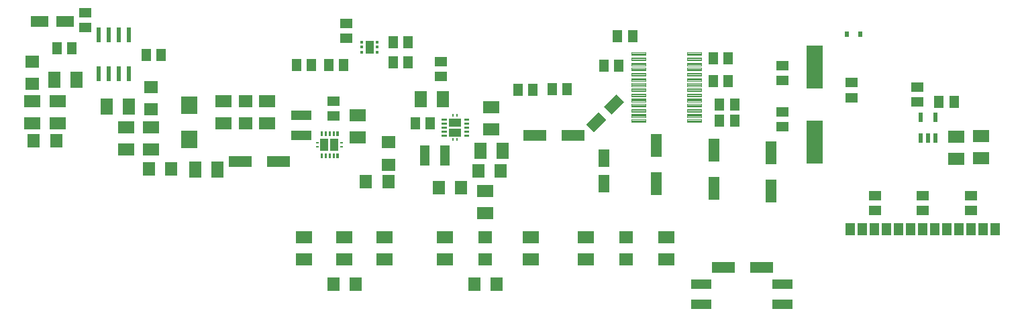
<source format=gbr>
G04 EAGLE Gerber RS-274X export*
G75*
%MOMM*%
%FSLAX34Y34*%
%LPD*%
%INSolderpaste Top*%
%IPPOS*%
%AMOC8*
5,1,8,0,0,1.08239X$1,22.5*%
G01*
%ADD10R,3.000000X1.400000*%
%ADD11R,1.400000X3.000000*%
%ADD12R,1.300000X1.500000*%
%ADD13R,1.800000X1.600000*%
%ADD14R,1.600000X1.800000*%
%ADD15R,1.500000X1.300000*%
%ADD16R,1.400000X2.200000*%
%ADD17R,2.120000X2.280000*%
%ADD18R,0.600000X1.200000*%
%ADD19R,2.000000X1.600000*%
%ADD20R,2.540000X1.270000*%
%ADD21R,1.600000X2.000000*%
%ADD22R,1.600000X1.803000*%
%ADD23R,1.803000X1.600000*%
%ADD24R,1.270000X2.540000*%
%ADD25C,0.120000*%
%ADD26R,0.340000X0.250000*%
%ADD27R,1.060000X1.500000*%
%ADD28C,0.060000*%
%ADD29R,0.250000X0.340000*%
%ADD30R,1.500000X1.060000*%
%ADD31R,2.000000X5.500000*%
%ADD32R,0.600000X0.800000*%
%ADD33R,0.450000X0.300000*%
%ADD34R,1.000000X1.600000*%
%ADD35R,2.200000X1.400000*%
%ADD36R,1.168400X1.600200*%
%ADD37R,0.558800X1.981200*%

G36*
X474416Y439026D02*
X474416Y439026D01*
X474422Y439024D01*
X474518Y439034D01*
X474529Y439040D01*
X474542Y439039D01*
X474634Y439066D01*
X474644Y439074D01*
X474657Y439076D01*
X474742Y439121D01*
X474749Y439131D01*
X474762Y439135D01*
X474837Y439196D01*
X474842Y439207D01*
X474854Y439213D01*
X474915Y439288D01*
X474918Y439299D01*
X474929Y439308D01*
X474974Y439393D01*
X474975Y439405D01*
X474984Y439416D01*
X475011Y439508D01*
X475010Y439520D01*
X475016Y439532D01*
X475026Y439628D01*
X475024Y439634D01*
X475026Y439640D01*
X475026Y445660D01*
X475024Y445666D01*
X475026Y445672D01*
X475016Y445768D01*
X475010Y445779D01*
X475011Y445792D01*
X474984Y445884D01*
X474976Y445894D01*
X474974Y445907D01*
X474929Y445992D01*
X474919Y445999D01*
X474915Y446012D01*
X474854Y446087D01*
X474843Y446092D01*
X474837Y446104D01*
X474762Y446165D01*
X474751Y446168D01*
X474742Y446179D01*
X474657Y446224D01*
X474645Y446225D01*
X474634Y446234D01*
X474542Y446261D01*
X474530Y446260D01*
X474518Y446266D01*
X474422Y446276D01*
X474416Y446274D01*
X474410Y446276D01*
X465390Y446276D01*
X465384Y446274D01*
X465378Y446276D01*
X465282Y446266D01*
X465271Y446260D01*
X465258Y446261D01*
X465166Y446234D01*
X465156Y446226D01*
X465143Y446224D01*
X465058Y446179D01*
X465051Y446169D01*
X465038Y446165D01*
X464963Y446104D01*
X464958Y446093D01*
X464946Y446087D01*
X464885Y446012D01*
X464882Y446001D01*
X464871Y445992D01*
X464826Y445907D01*
X464825Y445895D01*
X464817Y445884D01*
X464789Y445792D01*
X464790Y445780D01*
X464784Y445768D01*
X464774Y445672D01*
X464776Y445666D01*
X464774Y445660D01*
X464774Y439640D01*
X464776Y439634D01*
X464774Y439628D01*
X464784Y439532D01*
X464789Y439522D01*
X464790Y439521D01*
X464789Y439508D01*
X464817Y439416D01*
X464824Y439406D01*
X464826Y439393D01*
X464871Y439308D01*
X464881Y439301D01*
X464885Y439288D01*
X464946Y439213D01*
X464957Y439208D01*
X464963Y439196D01*
X465038Y439135D01*
X465049Y439132D01*
X465058Y439121D01*
X465143Y439076D01*
X465155Y439075D01*
X465166Y439066D01*
X465258Y439039D01*
X465270Y439040D01*
X465282Y439034D01*
X465378Y439024D01*
X465384Y439026D01*
X465390Y439024D01*
X474410Y439024D01*
X474416Y439026D01*
G37*
G36*
X474416Y430026D02*
X474416Y430026D01*
X474422Y430024D01*
X474518Y430034D01*
X474529Y430040D01*
X474542Y430039D01*
X474634Y430067D01*
X474644Y430074D01*
X474657Y430076D01*
X474742Y430121D01*
X474749Y430131D01*
X474762Y430135D01*
X474837Y430196D01*
X474842Y430207D01*
X474854Y430213D01*
X474915Y430288D01*
X474918Y430299D01*
X474929Y430308D01*
X474974Y430393D01*
X474975Y430405D01*
X474984Y430416D01*
X475011Y430508D01*
X475010Y430520D01*
X475016Y430532D01*
X475026Y430628D01*
X475024Y430634D01*
X475026Y430640D01*
X475026Y436660D01*
X475024Y436666D01*
X475026Y436672D01*
X475016Y436768D01*
X475010Y436779D01*
X475011Y436792D01*
X474984Y436884D01*
X474976Y436894D01*
X474974Y436907D01*
X474929Y436992D01*
X474919Y436999D01*
X474915Y437012D01*
X474854Y437087D01*
X474843Y437092D01*
X474837Y437104D01*
X474762Y437165D01*
X474751Y437168D01*
X474742Y437179D01*
X474657Y437224D01*
X474645Y437225D01*
X474634Y437234D01*
X474542Y437261D01*
X474530Y437260D01*
X474518Y437266D01*
X474422Y437276D01*
X474416Y437274D01*
X474410Y437276D01*
X465390Y437276D01*
X465384Y437274D01*
X465378Y437276D01*
X465282Y437266D01*
X465271Y437260D01*
X465258Y437261D01*
X465166Y437234D01*
X465156Y437226D01*
X465143Y437224D01*
X465058Y437179D01*
X465051Y437169D01*
X465038Y437165D01*
X464963Y437104D01*
X464958Y437093D01*
X464946Y437087D01*
X464885Y437012D01*
X464882Y437001D01*
X464871Y436992D01*
X464826Y436907D01*
X464825Y436895D01*
X464817Y436884D01*
X464789Y436792D01*
X464790Y436780D01*
X464784Y436768D01*
X464774Y436672D01*
X464776Y436666D01*
X464774Y436660D01*
X464774Y430640D01*
X464776Y430634D01*
X464774Y430628D01*
X464784Y430532D01*
X464789Y430522D01*
X464790Y430521D01*
X464789Y430508D01*
X464817Y430416D01*
X464824Y430406D01*
X464826Y430393D01*
X464871Y430308D01*
X464881Y430301D01*
X464885Y430288D01*
X464946Y430213D01*
X464957Y430208D01*
X464963Y430196D01*
X465038Y430135D01*
X465049Y430132D01*
X465058Y430121D01*
X465143Y430076D01*
X465155Y430075D01*
X465166Y430067D01*
X465258Y430039D01*
X465270Y430040D01*
X465282Y430034D01*
X465378Y430024D01*
X465384Y430026D01*
X465390Y430024D01*
X474410Y430024D01*
X474416Y430026D01*
G37*
D10*
X306708Y293878D03*
X354708Y293878D03*
D11*
X831850Y265560D03*
X831850Y313560D03*
X904240Y259718D03*
X904240Y307718D03*
X976122Y256670D03*
X976122Y304670D03*
D12*
X499770Y418592D03*
X518770Y418592D03*
D13*
X793750Y170150D03*
X793750Y198150D03*
D14*
X452150Y138430D03*
X424150Y138430D03*
D13*
X615950Y170150D03*
X615950Y198150D03*
D14*
X607030Y281940D03*
X635030Y281940D03*
X557500Y260350D03*
X585500Y260350D03*
D15*
X424180Y351180D03*
X424180Y370180D03*
D14*
X629950Y138430D03*
X601950Y138430D03*
D16*
X765556Y265432D03*
X765556Y297432D03*
D12*
X546456Y341630D03*
X527456Y341630D03*
D13*
X313690Y369600D03*
X313690Y341600D03*
D12*
X903630Y424180D03*
X922630Y424180D03*
X903376Y395224D03*
X922376Y395224D03*
D15*
X990600Y395630D03*
X990600Y414630D03*
X991108Y356210D03*
X991108Y337210D03*
D12*
X911504Y365252D03*
X930504Y365252D03*
X911504Y344932D03*
X930504Y344932D03*
D10*
X678564Y326390D03*
X726564Y326390D03*
D12*
X784708Y414274D03*
X765708Y414274D03*
D17*
X242570Y364550D03*
X242570Y321250D03*
D18*
X1165250Y349610D03*
X1184250Y349610D03*
X1165250Y323490D03*
X1174750Y323490D03*
X1184250Y323490D03*
D12*
X782980Y452120D03*
X801980Y452120D03*
D15*
X1077722Y393294D03*
X1077722Y374294D03*
D19*
X454660Y351820D03*
X454660Y323820D03*
X673100Y198150D03*
X673100Y170150D03*
X565150Y170150D03*
X565150Y198150D03*
X488950Y198150D03*
X488950Y170150D03*
X387350Y170150D03*
X387350Y198150D03*
X844550Y198150D03*
X844550Y170150D03*
D12*
X676250Y384048D03*
X657250Y384048D03*
D19*
X742950Y170150D03*
X742950Y198150D03*
X438150Y170150D03*
X438150Y198150D03*
D20*
X991108Y113284D03*
X991108Y138684D03*
X888746Y138430D03*
X888746Y113030D03*
D19*
X623570Y333980D03*
X623570Y361980D03*
D21*
X637570Y307340D03*
X609570Y307340D03*
D19*
X1241298Y325404D03*
X1241298Y297404D03*
X1210310Y297150D03*
X1210310Y325150D03*
D12*
X1207364Y369062D03*
X1188364Y369062D03*
D15*
X560070Y419710D03*
X560070Y400710D03*
D19*
X615950Y256570D03*
X615950Y228570D03*
D21*
X534640Y372110D03*
X562640Y372110D03*
D22*
X465078Y267970D03*
X493518Y267970D03*
D23*
X494030Y289564D03*
X494030Y318004D03*
D20*
X383540Y351790D03*
X383540Y326390D03*
D24*
X539750Y300990D03*
X565150Y300990D03*
D21*
X278160Y283210D03*
X250160Y283210D03*
D19*
X285750Y369600D03*
X285750Y341600D03*
X340360Y369600D03*
X340360Y341600D03*
D15*
X1168146Y231800D03*
X1168146Y250800D03*
X1228852Y231800D03*
X1228852Y250800D03*
X1107440Y231800D03*
X1107440Y250800D03*
D12*
X700430Y385064D03*
X719430Y385064D03*
X396850Y415798D03*
X377850Y415798D03*
X437490Y415798D03*
X418490Y415798D03*
D25*
X800600Y427800D02*
X818400Y427800D01*
X800600Y427800D02*
X800600Y431400D01*
X818400Y431400D01*
X818400Y427800D01*
X818400Y428940D02*
X800600Y428940D01*
X800600Y430080D02*
X818400Y430080D01*
X818400Y431220D02*
X800600Y431220D01*
X800600Y421300D02*
X818400Y421300D01*
X800600Y421300D02*
X800600Y424900D01*
X818400Y424900D01*
X818400Y421300D01*
X818400Y422440D02*
X800600Y422440D01*
X800600Y423580D02*
X818400Y423580D01*
X818400Y424720D02*
X800600Y424720D01*
X800600Y414800D02*
X818400Y414800D01*
X800600Y414800D02*
X800600Y418400D01*
X818400Y418400D01*
X818400Y414800D01*
X818400Y415940D02*
X800600Y415940D01*
X800600Y417080D02*
X818400Y417080D01*
X818400Y418220D02*
X800600Y418220D01*
X800600Y408300D02*
X818400Y408300D01*
X800600Y408300D02*
X800600Y411900D01*
X818400Y411900D01*
X818400Y408300D01*
X818400Y409440D02*
X800600Y409440D01*
X800600Y410580D02*
X818400Y410580D01*
X818400Y411720D02*
X800600Y411720D01*
X800600Y401800D02*
X818400Y401800D01*
X800600Y401800D02*
X800600Y405400D01*
X818400Y405400D01*
X818400Y401800D01*
X818400Y402940D02*
X800600Y402940D01*
X800600Y404080D02*
X818400Y404080D01*
X818400Y405220D02*
X800600Y405220D01*
X800600Y395300D02*
X818400Y395300D01*
X800600Y395300D02*
X800600Y398900D01*
X818400Y398900D01*
X818400Y395300D01*
X818400Y396440D02*
X800600Y396440D01*
X800600Y397580D02*
X818400Y397580D01*
X818400Y398720D02*
X800600Y398720D01*
X800600Y388800D02*
X818400Y388800D01*
X800600Y388800D02*
X800600Y392400D01*
X818400Y392400D01*
X818400Y388800D01*
X818400Y389940D02*
X800600Y389940D01*
X800600Y391080D02*
X818400Y391080D01*
X818400Y392220D02*
X800600Y392220D01*
X800600Y382300D02*
X818400Y382300D01*
X800600Y382300D02*
X800600Y385900D01*
X818400Y385900D01*
X818400Y382300D01*
X818400Y383440D02*
X800600Y383440D01*
X800600Y384580D02*
X818400Y384580D01*
X818400Y385720D02*
X800600Y385720D01*
X800600Y375800D02*
X818400Y375800D01*
X800600Y375800D02*
X800600Y379400D01*
X818400Y379400D01*
X818400Y375800D01*
X818400Y376940D02*
X800600Y376940D01*
X800600Y378080D02*
X818400Y378080D01*
X818400Y379220D02*
X800600Y379220D01*
X800600Y369300D02*
X818400Y369300D01*
X800600Y369300D02*
X800600Y372900D01*
X818400Y372900D01*
X818400Y369300D01*
X818400Y370440D02*
X800600Y370440D01*
X800600Y371580D02*
X818400Y371580D01*
X818400Y372720D02*
X800600Y372720D01*
X800600Y362800D02*
X818400Y362800D01*
X800600Y362800D02*
X800600Y366400D01*
X818400Y366400D01*
X818400Y362800D01*
X818400Y363940D02*
X800600Y363940D01*
X800600Y365080D02*
X818400Y365080D01*
X818400Y366220D02*
X800600Y366220D01*
X800600Y356300D02*
X818400Y356300D01*
X800600Y356300D02*
X800600Y359900D01*
X818400Y359900D01*
X818400Y356300D01*
X818400Y357440D02*
X800600Y357440D01*
X800600Y358580D02*
X818400Y358580D01*
X818400Y359720D02*
X800600Y359720D01*
X800600Y349800D02*
X818400Y349800D01*
X800600Y349800D02*
X800600Y353400D01*
X818400Y353400D01*
X818400Y349800D01*
X818400Y350940D02*
X800600Y350940D01*
X800600Y352080D02*
X818400Y352080D01*
X818400Y353220D02*
X800600Y353220D01*
X800600Y343300D02*
X818400Y343300D01*
X800600Y343300D02*
X800600Y346900D01*
X818400Y346900D01*
X818400Y343300D01*
X818400Y344440D02*
X800600Y344440D01*
X800600Y345580D02*
X818400Y345580D01*
X818400Y346720D02*
X800600Y346720D01*
X870700Y343300D02*
X888500Y343300D01*
X870700Y343300D02*
X870700Y346900D01*
X888500Y346900D01*
X888500Y343300D01*
X888500Y344440D02*
X870700Y344440D01*
X870700Y345580D02*
X888500Y345580D01*
X888500Y346720D02*
X870700Y346720D01*
X870700Y349800D02*
X888500Y349800D01*
X870700Y349800D02*
X870700Y353400D01*
X888500Y353400D01*
X888500Y349800D01*
X888500Y350940D02*
X870700Y350940D01*
X870700Y352080D02*
X888500Y352080D01*
X888500Y353220D02*
X870700Y353220D01*
X870700Y356300D02*
X888500Y356300D01*
X870700Y356300D02*
X870700Y359900D01*
X888500Y359900D01*
X888500Y356300D01*
X888500Y357440D02*
X870700Y357440D01*
X870700Y358580D02*
X888500Y358580D01*
X888500Y359720D02*
X870700Y359720D01*
X870700Y362800D02*
X888500Y362800D01*
X870700Y362800D02*
X870700Y366400D01*
X888500Y366400D01*
X888500Y362800D01*
X888500Y363940D02*
X870700Y363940D01*
X870700Y365080D02*
X888500Y365080D01*
X888500Y366220D02*
X870700Y366220D01*
X870700Y369300D02*
X888500Y369300D01*
X870700Y369300D02*
X870700Y372900D01*
X888500Y372900D01*
X888500Y369300D01*
X888500Y370440D02*
X870700Y370440D01*
X870700Y371580D02*
X888500Y371580D01*
X888500Y372720D02*
X870700Y372720D01*
X870700Y375800D02*
X888500Y375800D01*
X870700Y375800D02*
X870700Y379400D01*
X888500Y379400D01*
X888500Y375800D01*
X888500Y376940D02*
X870700Y376940D01*
X870700Y378080D02*
X888500Y378080D01*
X888500Y379220D02*
X870700Y379220D01*
X870700Y382300D02*
X888500Y382300D01*
X870700Y382300D02*
X870700Y385900D01*
X888500Y385900D01*
X888500Y382300D01*
X888500Y383440D02*
X870700Y383440D01*
X870700Y384580D02*
X888500Y384580D01*
X888500Y385720D02*
X870700Y385720D01*
X870700Y388800D02*
X888500Y388800D01*
X870700Y388800D02*
X870700Y392400D01*
X888500Y392400D01*
X888500Y388800D01*
X888500Y389940D02*
X870700Y389940D01*
X870700Y391080D02*
X888500Y391080D01*
X888500Y392220D02*
X870700Y392220D01*
X870700Y395300D02*
X888500Y395300D01*
X870700Y395300D02*
X870700Y398900D01*
X888500Y398900D01*
X888500Y395300D01*
X888500Y396440D02*
X870700Y396440D01*
X870700Y397580D02*
X888500Y397580D01*
X888500Y398720D02*
X870700Y398720D01*
X870700Y401800D02*
X888500Y401800D01*
X870700Y401800D02*
X870700Y405400D01*
X888500Y405400D01*
X888500Y401800D01*
X888500Y402940D02*
X870700Y402940D01*
X870700Y404080D02*
X888500Y404080D01*
X888500Y405220D02*
X870700Y405220D01*
X870700Y408300D02*
X888500Y408300D01*
X870700Y408300D02*
X870700Y411900D01*
X888500Y411900D01*
X888500Y408300D01*
X888500Y409440D02*
X870700Y409440D01*
X870700Y410580D02*
X888500Y410580D01*
X888500Y411720D02*
X870700Y411720D01*
X870700Y414800D02*
X888500Y414800D01*
X870700Y414800D02*
X870700Y418400D01*
X888500Y418400D01*
X888500Y414800D01*
X888500Y415940D02*
X870700Y415940D01*
X870700Y417080D02*
X888500Y417080D01*
X888500Y418220D02*
X870700Y418220D01*
X870700Y421300D02*
X888500Y421300D01*
X870700Y421300D02*
X870700Y424900D01*
X888500Y424900D01*
X888500Y421300D01*
X888500Y422440D02*
X870700Y422440D01*
X870700Y423580D02*
X888500Y423580D01*
X888500Y424720D02*
X870700Y424720D01*
X870700Y427800D02*
X888500Y427800D01*
X870700Y427800D02*
X870700Y431400D01*
X888500Y431400D01*
X888500Y427800D01*
X888500Y428940D02*
X870700Y428940D01*
X870700Y430080D02*
X888500Y430080D01*
X888500Y431220D02*
X870700Y431220D01*
D26*
X403800Y317460D03*
X403800Y312460D03*
X434400Y317460D03*
X434400Y312460D03*
D27*
X412800Y314960D03*
X425400Y314960D03*
D28*
X428200Y326260D02*
X428200Y331660D01*
X430000Y331660D01*
X430000Y326260D01*
X428200Y326260D01*
X428200Y326830D02*
X430000Y326830D01*
X430000Y327400D02*
X428200Y327400D01*
X428200Y327970D02*
X430000Y327970D01*
X430000Y328540D02*
X428200Y328540D01*
X428200Y329110D02*
X430000Y329110D01*
X430000Y329680D02*
X428200Y329680D01*
X428200Y330250D02*
X430000Y330250D01*
X430000Y330820D02*
X428200Y330820D01*
X428200Y331390D02*
X430000Y331390D01*
X423200Y331660D02*
X423200Y326260D01*
X423200Y331660D02*
X425000Y331660D01*
X425000Y326260D01*
X423200Y326260D01*
X423200Y326830D02*
X425000Y326830D01*
X425000Y327400D02*
X423200Y327400D01*
X423200Y327970D02*
X425000Y327970D01*
X425000Y328540D02*
X423200Y328540D01*
X423200Y329110D02*
X425000Y329110D01*
X425000Y329680D02*
X423200Y329680D01*
X423200Y330250D02*
X425000Y330250D01*
X425000Y330820D02*
X423200Y330820D01*
X423200Y331390D02*
X425000Y331390D01*
X418200Y331660D02*
X418200Y326260D01*
X418200Y331660D02*
X420000Y331660D01*
X420000Y326260D01*
X418200Y326260D01*
X418200Y326830D02*
X420000Y326830D01*
X420000Y327400D02*
X418200Y327400D01*
X418200Y327970D02*
X420000Y327970D01*
X420000Y328540D02*
X418200Y328540D01*
X418200Y329110D02*
X420000Y329110D01*
X420000Y329680D02*
X418200Y329680D01*
X418200Y330250D02*
X420000Y330250D01*
X420000Y330820D02*
X418200Y330820D01*
X418200Y331390D02*
X420000Y331390D01*
X413200Y331660D02*
X413200Y326260D01*
X413200Y331660D02*
X415000Y331660D01*
X415000Y326260D01*
X413200Y326260D01*
X413200Y326830D02*
X415000Y326830D01*
X415000Y327400D02*
X413200Y327400D01*
X413200Y327970D02*
X415000Y327970D01*
X415000Y328540D02*
X413200Y328540D01*
X413200Y329110D02*
X415000Y329110D01*
X415000Y329680D02*
X413200Y329680D01*
X413200Y330250D02*
X415000Y330250D01*
X415000Y330820D02*
X413200Y330820D01*
X413200Y331390D02*
X415000Y331390D01*
X408200Y331660D02*
X408200Y326260D01*
X408200Y331660D02*
X410000Y331660D01*
X410000Y326260D01*
X408200Y326260D01*
X408200Y326830D02*
X410000Y326830D01*
X410000Y327400D02*
X408200Y327400D01*
X408200Y327970D02*
X410000Y327970D01*
X410000Y328540D02*
X408200Y328540D01*
X408200Y329110D02*
X410000Y329110D01*
X410000Y329680D02*
X408200Y329680D01*
X408200Y330250D02*
X410000Y330250D01*
X410000Y330820D02*
X408200Y330820D01*
X408200Y331390D02*
X410000Y331390D01*
X408200Y303660D02*
X408200Y298260D01*
X408200Y303660D02*
X410000Y303660D01*
X410000Y298260D01*
X408200Y298260D01*
X408200Y298830D02*
X410000Y298830D01*
X410000Y299400D02*
X408200Y299400D01*
X408200Y299970D02*
X410000Y299970D01*
X410000Y300540D02*
X408200Y300540D01*
X408200Y301110D02*
X410000Y301110D01*
X410000Y301680D02*
X408200Y301680D01*
X408200Y302250D02*
X410000Y302250D01*
X410000Y302820D02*
X408200Y302820D01*
X408200Y303390D02*
X410000Y303390D01*
X413200Y303660D02*
X413200Y298260D01*
X413200Y303660D02*
X415000Y303660D01*
X415000Y298260D01*
X413200Y298260D01*
X413200Y298830D02*
X415000Y298830D01*
X415000Y299400D02*
X413200Y299400D01*
X413200Y299970D02*
X415000Y299970D01*
X415000Y300540D02*
X413200Y300540D01*
X413200Y301110D02*
X415000Y301110D01*
X415000Y301680D02*
X413200Y301680D01*
X413200Y302250D02*
X415000Y302250D01*
X415000Y302820D02*
X413200Y302820D01*
X413200Y303390D02*
X415000Y303390D01*
X418200Y303660D02*
X418200Y298260D01*
X418200Y303660D02*
X420000Y303660D01*
X420000Y298260D01*
X418200Y298260D01*
X418200Y298830D02*
X420000Y298830D01*
X420000Y299400D02*
X418200Y299400D01*
X418200Y299970D02*
X420000Y299970D01*
X420000Y300540D02*
X418200Y300540D01*
X418200Y301110D02*
X420000Y301110D01*
X420000Y301680D02*
X418200Y301680D01*
X418200Y302250D02*
X420000Y302250D01*
X420000Y302820D02*
X418200Y302820D01*
X418200Y303390D02*
X420000Y303390D01*
X423200Y303660D02*
X423200Y298260D01*
X423200Y303660D02*
X425000Y303660D01*
X425000Y298260D01*
X423200Y298260D01*
X423200Y298830D02*
X425000Y298830D01*
X425000Y299400D02*
X423200Y299400D01*
X423200Y299970D02*
X425000Y299970D01*
X425000Y300540D02*
X423200Y300540D01*
X423200Y301110D02*
X425000Y301110D01*
X425000Y301680D02*
X423200Y301680D01*
X423200Y302250D02*
X425000Y302250D01*
X425000Y302820D02*
X423200Y302820D01*
X423200Y303390D02*
X425000Y303390D01*
X428200Y303660D02*
X428200Y298260D01*
X428200Y303660D02*
X430000Y303660D01*
X430000Y298260D01*
X428200Y298260D01*
X428200Y298830D02*
X430000Y298830D01*
X430000Y299400D02*
X428200Y299400D01*
X428200Y299970D02*
X430000Y299970D01*
X430000Y300540D02*
X428200Y300540D01*
X428200Y301110D02*
X430000Y301110D01*
X430000Y301680D02*
X428200Y301680D01*
X428200Y302250D02*
X430000Y302250D01*
X430000Y302820D02*
X428200Y302820D01*
X428200Y303390D02*
X430000Y303390D01*
D29*
X575350Y321250D03*
X580350Y321250D03*
X575350Y351850D03*
X580350Y351850D03*
D30*
X577850Y330250D03*
X577850Y342850D03*
D28*
X566550Y345650D02*
X561150Y345650D01*
X561150Y347450D01*
X566550Y347450D01*
X566550Y345650D01*
X566550Y346220D02*
X561150Y346220D01*
X561150Y346790D02*
X566550Y346790D01*
X566550Y347360D02*
X561150Y347360D01*
X561150Y340650D02*
X566550Y340650D01*
X561150Y340650D02*
X561150Y342450D01*
X566550Y342450D01*
X566550Y340650D01*
X566550Y341220D02*
X561150Y341220D01*
X561150Y341790D02*
X566550Y341790D01*
X566550Y342360D02*
X561150Y342360D01*
X561150Y335650D02*
X566550Y335650D01*
X561150Y335650D02*
X561150Y337450D01*
X566550Y337450D01*
X566550Y335650D01*
X566550Y336220D02*
X561150Y336220D01*
X561150Y336790D02*
X566550Y336790D01*
X566550Y337360D02*
X561150Y337360D01*
X561150Y330650D02*
X566550Y330650D01*
X561150Y330650D02*
X561150Y332450D01*
X566550Y332450D01*
X566550Y330650D01*
X566550Y331220D02*
X561150Y331220D01*
X561150Y331790D02*
X566550Y331790D01*
X566550Y332360D02*
X561150Y332360D01*
X561150Y325650D02*
X566550Y325650D01*
X561150Y325650D02*
X561150Y327450D01*
X566550Y327450D01*
X566550Y325650D01*
X566550Y326220D02*
X561150Y326220D01*
X561150Y326790D02*
X566550Y326790D01*
X566550Y327360D02*
X561150Y327360D01*
X589150Y325650D02*
X594550Y325650D01*
X589150Y325650D02*
X589150Y327450D01*
X594550Y327450D01*
X594550Y325650D01*
X594550Y326220D02*
X589150Y326220D01*
X589150Y326790D02*
X594550Y326790D01*
X594550Y327360D02*
X589150Y327360D01*
X589150Y330650D02*
X594550Y330650D01*
X589150Y330650D02*
X589150Y332450D01*
X594550Y332450D01*
X594550Y330650D01*
X594550Y331220D02*
X589150Y331220D01*
X589150Y331790D02*
X594550Y331790D01*
X594550Y332360D02*
X589150Y332360D01*
X589150Y335650D02*
X594550Y335650D01*
X589150Y335650D02*
X589150Y337450D01*
X594550Y337450D01*
X594550Y335650D01*
X594550Y336220D02*
X589150Y336220D01*
X589150Y336790D02*
X594550Y336790D01*
X594550Y337360D02*
X589150Y337360D01*
X589150Y340650D02*
X594550Y340650D01*
X589150Y340650D02*
X589150Y342450D01*
X594550Y342450D01*
X594550Y340650D01*
X594550Y341220D02*
X589150Y341220D01*
X589150Y341790D02*
X594550Y341790D01*
X594550Y342360D02*
X589150Y342360D01*
X589150Y345650D02*
X594550Y345650D01*
X589150Y345650D02*
X589150Y347450D01*
X594550Y347450D01*
X594550Y345650D01*
X594550Y346220D02*
X589150Y346220D01*
X589150Y346790D02*
X594550Y346790D01*
X594550Y347360D02*
X589150Y347360D01*
D31*
X1031240Y318260D03*
X1031240Y413260D03*
D12*
X518770Y444500D03*
X499770Y444500D03*
D32*
X1072270Y454660D03*
X1089270Y454660D03*
D15*
X1161288Y368960D03*
X1161288Y387960D03*
D10*
X964562Y159766D03*
X916562Y159766D03*
D12*
X75336Y436880D03*
X94336Y436880D03*
D33*
X460150Y444650D03*
X460150Y438150D03*
X460150Y431650D03*
X479650Y431650D03*
X479650Y438150D03*
X479650Y444650D03*
D34*
X469900Y438150D03*
D35*
G36*
X768747Y346098D02*
X753192Y330543D01*
X743293Y340442D01*
X758848Y355997D01*
X768747Y346098D01*
G37*
G36*
X791375Y368726D02*
X775820Y353171D01*
X765921Y363070D01*
X781476Y378625D01*
X791375Y368726D01*
G37*
D15*
X440182Y468224D03*
X440182Y449224D03*
D36*
X1137412Y207772D03*
X1122172Y207772D03*
X1106932Y207772D03*
X1091692Y207772D03*
X1076452Y207772D03*
X1259332Y207772D03*
X1244092Y207772D03*
X1228852Y207772D03*
X1213612Y207772D03*
X1198626Y207772D03*
X1183386Y207772D03*
X1168146Y207772D03*
X1152906Y207772D03*
D15*
X111506Y462686D03*
X111506Y481686D03*
D35*
X53850Y470154D03*
X85850Y470154D03*
D37*
X127762Y404114D03*
X140462Y404114D03*
X153162Y404114D03*
X165862Y404114D03*
X165862Y453390D03*
X153162Y453390D03*
X140462Y453390D03*
X127762Y453390D03*
D21*
X166654Y363220D03*
X138654Y363220D03*
X72360Y396494D03*
X100360Y396494D03*
D19*
X162560Y308580D03*
X162560Y336580D03*
X44450Y341600D03*
X44450Y369600D03*
D12*
X207112Y427990D03*
X188112Y427990D03*
D19*
X194310Y308580D03*
X194310Y336580D03*
X76200Y341600D03*
X76200Y369600D03*
D13*
X194310Y359380D03*
X194310Y387380D03*
X44450Y392116D03*
X44450Y420116D03*
D14*
X191232Y283972D03*
X219232Y283972D03*
X46422Y319532D03*
X74422Y319532D03*
M02*

</source>
